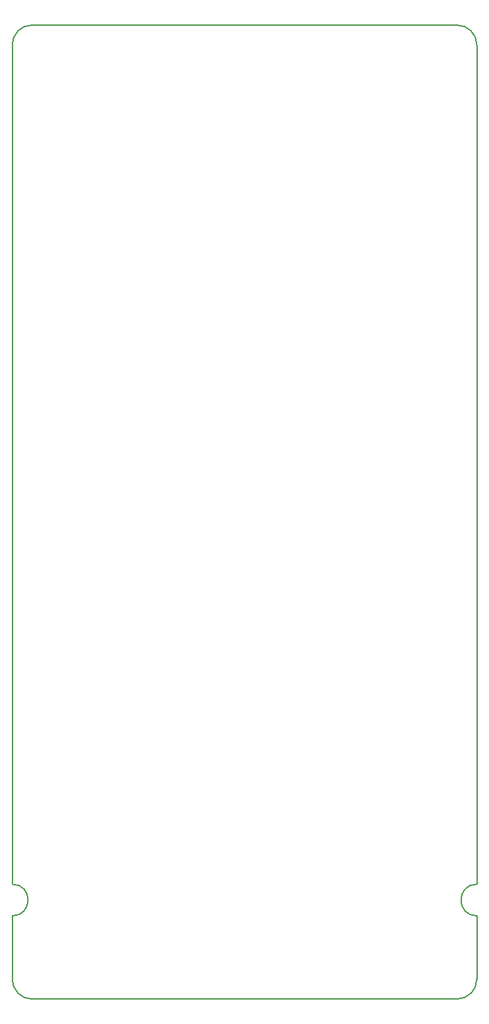
<source format=gbr>
G04 #@! TF.FileFunction,Profile,NP*
%FSLAX46Y46*%
G04 Gerber Fmt 4.6, Leading zero omitted, Abs format (unit mm)*
G04 Created by KiCad (PCBNEW 4.0.7) date 04/15/18 19:55:42*
%MOMM*%
%LPD*%
G01*
G04 APERTURE LIST*
%ADD10C,0.100000*%
%ADD11C,0.150000*%
G04 APERTURE END LIST*
D10*
D11*
X113284000Y-29019500D02*
X113284000Y-136652000D01*
X170434000Y-26479500D02*
X115887500Y-26479500D01*
X172974000Y-136652000D02*
X172974000Y-29019500D01*
X172974000Y-148844000D02*
X172974000Y-140716000D01*
X115824000Y-151384000D02*
X170434000Y-151384000D01*
X113284000Y-140716000D02*
X113284000Y-148844000D01*
X113284000Y-140716000D02*
G75*
G03X113284000Y-136652000I0J2032000D01*
G01*
X172974000Y-136652000D02*
G75*
G03X172974000Y-140716000I0J-2032000D01*
G01*
X115824000Y-26479500D02*
G75*
G03X113284000Y-29019500I0J-2540000D01*
G01*
X172974000Y-29019500D02*
G75*
G03X170434000Y-26479500I-2540000J0D01*
G01*
X170434000Y-151384000D02*
G75*
G03X172974000Y-148844000I0J2540000D01*
G01*
X113284000Y-148844000D02*
G75*
G03X115824000Y-151384000I2540000J0D01*
G01*
M02*

</source>
